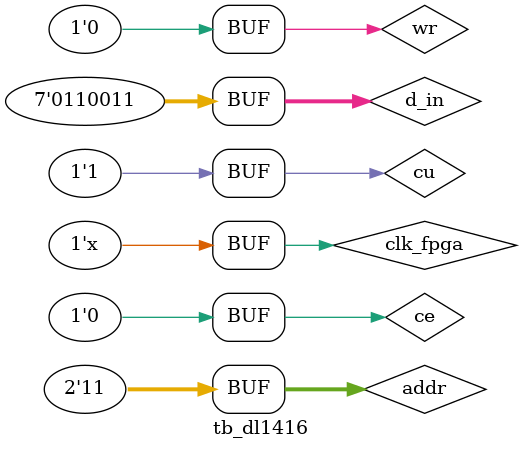
<source format=v>
`timescale 1ns / 1ps


module tb_dl1416(

    );
    
    reg clk_fpga; 
    reg [6:0] d_in;
    reg [1:0] addr;
    reg ce;
    reg wr;
    reg cu;
    wire [63:0] d_out;
    
    dl1416 uut(.clk_fpga(clk_fpga), .d_in(d_in), .addr(addr),
        .ce(ce), .wr(wr), .cu(cu), .d_out(d_out));
        
    initial begin
        clk_fpga = 0; 
        ce = 0; 
        cu = 1; 
        wr = 1; 
        
        d_in = 7'b1000001;  //A
        addr = 2'b00;
        
        #260; 
        wr = 0; 
        
        #260;
        wr = 1;     
        d_in = 7'b0101010;  //*
        addr = 2'b01;
        
        #260;
        wr = 0;
        
        #260;
        wr = 1;     
        d_in = 7'b1010000;  //P
        addr = 2'b10;
        
        #260;
        wr = 0;
        
        #260;
        wr = 1;     
        d_in = 7'b0110011;  //3
        addr = 2'b11;
        
        #260;
        wr = 0;
        
        #260;
        
    end
    
    always
        #20 clk_fpga = !clk_fpga;
        
endmodule

</source>
